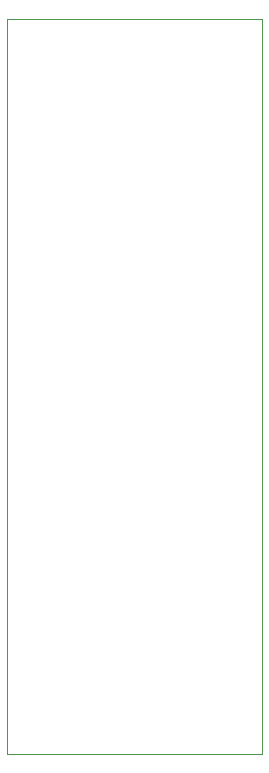
<source format=gbr>
G04 #@! TF.GenerationSoftware,KiCad,Pcbnew,(5.0.0)*
G04 #@! TF.CreationDate,2019-09-30T14:37:48-06:00*
G04 #@! TF.ProjectId,BlueMicro,426C75654D6963726F2E6B696361645F,rev?*
G04 #@! TF.SameCoordinates,Original*
G04 #@! TF.FileFunction,Profile,NP*
%FSLAX46Y46*%
G04 Gerber Fmt 4.6, Leading zero omitted, Abs format (unit mm)*
G04 Created by KiCad (PCBNEW (5.0.0)) date 09/30/19 14:37:48*
%MOMM*%
%LPD*%
G01*
G04 APERTURE LIST*
%ADD10C,0.100000*%
G04 APERTURE END LIST*
D10*
X67310000Y-107950000D02*
X88900000Y-107950000D01*
X67310000Y-45720000D02*
X67310000Y-107950000D01*
X88900000Y-106680000D02*
X88900000Y-107950000D01*
X88900000Y-45720000D02*
X88900000Y-106680000D01*
X67310000Y-45720000D02*
X88900000Y-45720000D01*
M02*

</source>
